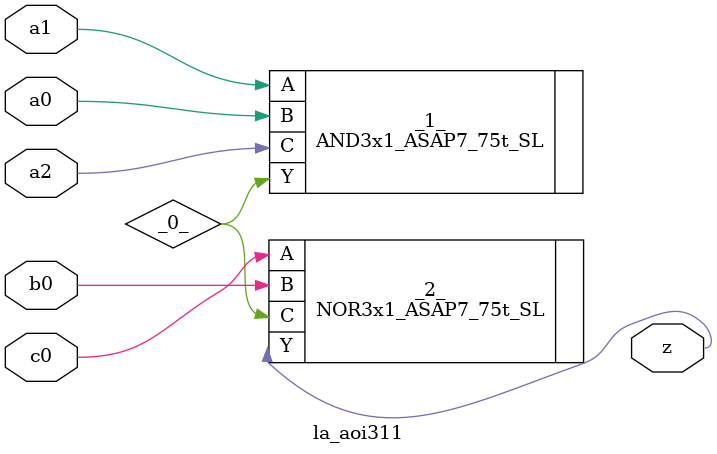
<source format=v>

/* Generated by Yosys 0.44 (git sha1 80ba43d26, g++ 11.4.0-1ubuntu1~22.04 -fPIC -O3) */

(* top =  1  *)
(* src = "generated" *)
module la_aoi311 (
    a0,
    a1,
    a2,
    b0,
    c0,
    z
);
  wire _0_;
  (* src = "generated" *)
  input a0;
  wire a0;
  (* src = "generated" *)
  input a1;
  wire a1;
  (* src = "generated" *)
  input a2;
  wire a2;
  (* src = "generated" *)
  input b0;
  wire b0;
  (* src = "generated" *)
  input c0;
  wire c0;
  (* src = "generated" *)
  output z;
  wire z;
  AND3x1_ASAP7_75t_SL _1_ (
      .A(a1),
      .B(a0),
      .C(a2),
      .Y(_0_)
  );
  NOR3x1_ASAP7_75t_SL _2_ (
      .A(c0),
      .B(b0),
      .C(_0_),
      .Y(z)
  );
endmodule

</source>
